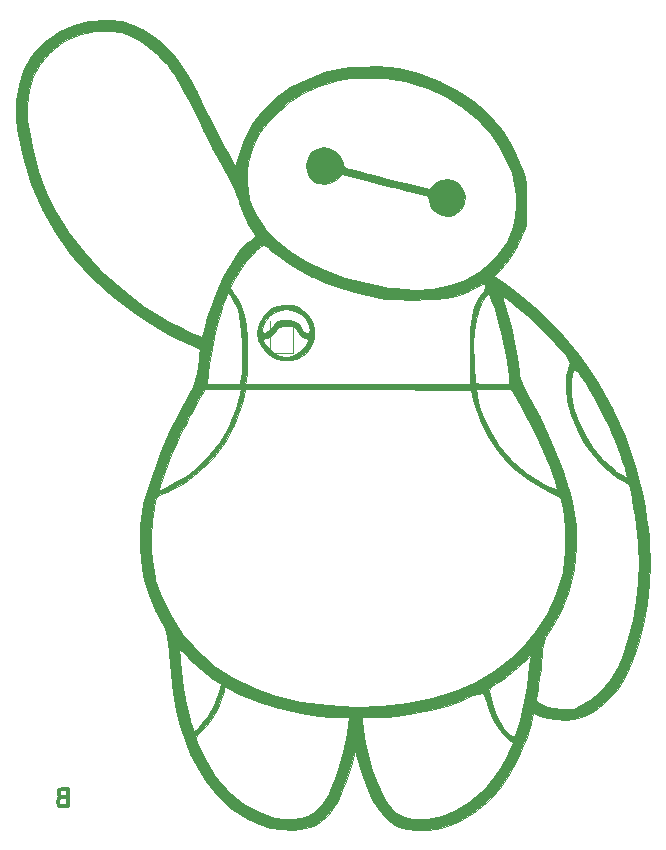
<source format=gbr>
%TF.GenerationSoftware,KiCad,Pcbnew,(5.1.6)-1*%
%TF.CreationDate,2021-01-08T17:07:44+01:00*%
%TF.ProjectId,stm32L412K8T6,73746d33-324c-4343-9132-4b3854362e6b,rev?*%
%TF.SameCoordinates,Original*%
%TF.FileFunction,Legend,Bot*%
%TF.FilePolarity,Positive*%
%FSLAX46Y46*%
G04 Gerber Fmt 4.6, Leading zero omitted, Abs format (unit mm)*
G04 Created by KiCad (PCBNEW (5.1.6)-1) date 2021-01-08 17:07:44*
%MOMM*%
%LPD*%
G01*
G04 APERTURE LIST*
%ADD10C,0.300000*%
%ADD11C,0.120000*%
%ADD12C,0.010000*%
G04 APERTURE END LIST*
D10*
X120392857Y-123392857D02*
X120178571Y-123464285D01*
X120107142Y-123535714D01*
X120035714Y-123678571D01*
X120035714Y-123892857D01*
X120107142Y-124035714D01*
X120178571Y-124107142D01*
X120321428Y-124178571D01*
X120892857Y-124178571D01*
X120892857Y-122678571D01*
X120392857Y-122678571D01*
X120250000Y-122750000D01*
X120178571Y-122821428D01*
X120107142Y-122964285D01*
X120107142Y-123107142D01*
X120178571Y-123250000D01*
X120250000Y-123321428D01*
X120392857Y-123392857D01*
X120892857Y-123392857D01*
D11*
%TO.C,D1*%
X139960000Y-83062500D02*
X139960000Y-85747500D01*
X139960000Y-85747500D02*
X138040000Y-85747500D01*
X138040000Y-85747500D02*
X138040000Y-83062500D01*
D12*
%TO.C,G\u002A\u002A\u002A*%
G36*
X122711562Y-57699355D02*
G01*
X121402575Y-58025435D01*
X120195275Y-58550274D01*
X119118899Y-59259193D01*
X118202681Y-60137511D01*
X117706117Y-60793454D01*
X117132872Y-61879351D01*
X116734909Y-63114763D01*
X116519818Y-64458429D01*
X116495189Y-65869091D01*
X116591885Y-66850897D01*
X117057599Y-69203740D01*
X117750092Y-71442667D01*
X118669500Y-73567884D01*
X119815961Y-75579597D01*
X121189610Y-77478013D01*
X122790583Y-79263338D01*
X124619018Y-80935778D01*
X126675050Y-82495540D01*
X127141000Y-82812299D01*
X128143227Y-83447891D01*
X129208649Y-84066253D01*
X130249405Y-84618444D01*
X131134944Y-85037024D01*
X131563702Y-85225302D01*
X131889466Y-85371214D01*
X132053297Y-85448287D01*
X132061581Y-85453223D01*
X132057619Y-85581429D01*
X132023242Y-85909481D01*
X131964367Y-86385838D01*
X131897000Y-86886719D01*
X131796930Y-87547066D01*
X131693523Y-88039011D01*
X131559707Y-88447040D01*
X131368408Y-88855641D01*
X131126964Y-89289805D01*
X130284406Y-90838898D01*
X129492351Y-92466864D01*
X128773512Y-94118475D01*
X128150600Y-95738506D01*
X127646328Y-97271731D01*
X127296416Y-98604000D01*
X127007538Y-100444136D01*
X126961998Y-102264606D01*
X127159568Y-104043661D01*
X127363438Y-104964882D01*
X127765168Y-106259930D01*
X128275286Y-107524676D01*
X128852565Y-108659829D01*
X129001370Y-108909822D01*
X129122629Y-109143082D01*
X129215368Y-109426026D01*
X129288766Y-109808083D01*
X129352002Y-110338680D01*
X129414253Y-111067245D01*
X129422759Y-111179169D01*
X129587039Y-112998352D01*
X129794404Y-114605430D01*
X130054216Y-116040050D01*
X130375835Y-117341856D01*
X130768623Y-118550495D01*
X131241941Y-119705614D01*
X131622915Y-120497151D01*
X132499620Y-121978474D01*
X133512861Y-123249482D01*
X134659871Y-124307251D01*
X135937886Y-125148857D01*
X136104344Y-125237483D01*
X137091465Y-125695092D01*
X137998421Y-125983883D01*
X138914170Y-126124546D01*
X139927671Y-126137770D01*
X139968000Y-126136093D01*
X140928819Y-126037453D01*
X141711268Y-125813335D01*
X142366316Y-125433042D01*
X142944932Y-124865877D01*
X143498084Y-124081144D01*
X143566324Y-123968979D01*
X143819510Y-123482691D01*
X144110697Y-122820929D01*
X144413053Y-122053806D01*
X144699748Y-121251435D01*
X144943952Y-120483928D01*
X145059516Y-120067000D01*
X145206471Y-119495500D01*
X145623196Y-120938967D01*
X146109542Y-122388362D01*
X146663118Y-123602575D01*
X147282090Y-124578865D01*
X147964627Y-125314487D01*
X148708896Y-125806698D01*
X148941420Y-125905545D01*
X149581753Y-126066187D01*
X150372830Y-126147065D01*
X151223774Y-126146746D01*
X152043707Y-126063793D01*
X152527166Y-125962159D01*
X153898242Y-125462896D01*
X155180418Y-124729422D01*
X156364923Y-123768555D01*
X157442989Y-122587114D01*
X158164008Y-121579595D01*
X158688405Y-120673193D01*
X159200162Y-119617474D01*
X159538765Y-118796174D01*
X158544824Y-118796174D01*
X158335842Y-119343385D01*
X158002247Y-120055945D01*
X157526197Y-120858615D01*
X156958538Y-121676732D01*
X156350118Y-122435634D01*
X155902925Y-122915810D01*
X154856881Y-123806323D01*
X153728829Y-124499186D01*
X152552347Y-124979049D01*
X151361010Y-125230557D01*
X150763000Y-125265929D01*
X150147940Y-125245378D01*
X149671787Y-125161462D01*
X149223061Y-124993493D01*
X149175500Y-124971322D01*
X148702272Y-124711532D01*
X148315336Y-124400889D01*
X147973931Y-123990865D01*
X147637296Y-123432932D01*
X147283330Y-122718580D01*
X146971432Y-121968036D01*
X146666236Y-121084562D01*
X146384078Y-120131509D01*
X146141295Y-119172232D01*
X145954222Y-118270081D01*
X145839197Y-117488410D01*
X145810000Y-117004970D01*
X145810000Y-116638000D01*
X144685277Y-116638000D01*
X144599855Y-117368250D01*
X144432153Y-118434328D01*
X144177041Y-119587448D01*
X143856784Y-120749637D01*
X143493649Y-121842927D01*
X143109899Y-122789345D01*
X142966574Y-123087809D01*
X142461723Y-123898911D01*
X141862589Y-124553382D01*
X141213470Y-125003008D01*
X141201210Y-125009122D01*
X140648406Y-125185464D01*
X139944159Y-125269195D01*
X139174305Y-125258340D01*
X138424678Y-125150925D01*
X138146047Y-125079391D01*
X136875448Y-124578322D01*
X135659479Y-123861280D01*
X134553503Y-122966291D01*
X133670270Y-122005154D01*
X133370047Y-121585084D01*
X133032270Y-121050779D01*
X132684126Y-120453107D01*
X132352804Y-119842937D01*
X132065492Y-119271138D01*
X131849377Y-118788578D01*
X131731648Y-118446126D01*
X131718018Y-118352500D01*
X131824562Y-118106136D01*
X132105557Y-117847111D01*
X132141770Y-117822924D01*
X132544534Y-117466297D01*
X132967122Y-116931690D01*
X133366044Y-116287107D01*
X133697811Y-115600549D01*
X133870073Y-115120472D01*
X133997758Y-114671863D01*
X134089477Y-114311719D01*
X134125961Y-114115886D01*
X134126000Y-114113130D01*
X134201766Y-114047743D01*
X134411750Y-114152038D01*
X134869362Y-114407464D01*
X135509784Y-114705557D01*
X136270842Y-115021917D01*
X137090360Y-115332147D01*
X137906164Y-115611848D01*
X138656076Y-115836622D01*
X138805089Y-115876034D01*
X139901418Y-116129036D01*
X141046135Y-116342692D01*
X142163715Y-116505706D01*
X143178634Y-116606780D01*
X143882389Y-116635520D01*
X144685277Y-116638000D01*
X145810000Y-116638000D01*
X146735577Y-116638000D01*
X147926930Y-116584746D01*
X149244095Y-116434669D01*
X150615624Y-116202297D01*
X151970067Y-115902157D01*
X153235975Y-115548775D01*
X154341898Y-115156678D01*
X154636500Y-115031579D01*
X155236257Y-114768581D01*
X155649552Y-114618763D01*
X155923015Y-114594381D01*
X156103275Y-114707691D01*
X156236961Y-114970951D01*
X156370700Y-115396418D01*
X156399495Y-115495000D01*
X156829365Y-116666488D01*
X157367541Y-117611410D01*
X157983382Y-118301974D01*
X158544824Y-118796174D01*
X159538765Y-118796174D01*
X159654693Y-118514986D01*
X160007411Y-117468277D01*
X160100901Y-117124781D01*
X160312563Y-116282147D01*
X160903532Y-116549966D01*
X161469835Y-116721184D01*
X162187075Y-116816424D01*
X162967387Y-116835564D01*
X163722908Y-116778485D01*
X164365774Y-116645066D01*
X164606000Y-116555041D01*
X165459655Y-116066892D01*
X166307390Y-115411448D01*
X167060478Y-114661536D01*
X167356001Y-114297822D01*
X168059051Y-113189864D01*
X168675166Y-111877227D01*
X169196651Y-110396554D01*
X169615811Y-108784490D01*
X169924949Y-107077678D01*
X170116370Y-105312763D01*
X170180339Y-103581619D01*
X169252075Y-103581619D01*
X169188850Y-105166254D01*
X169011953Y-106791896D01*
X168731397Y-108399624D01*
X168357199Y-109930516D01*
X167899372Y-111325653D01*
X167444483Y-112375803D01*
X166798524Y-113454355D01*
X166016756Y-114390928D01*
X165133172Y-115153453D01*
X164181762Y-115709863D01*
X163717000Y-115892322D01*
X163262483Y-115964009D01*
X162667685Y-115953063D01*
X162028577Y-115870133D01*
X161441129Y-115725866D01*
X161135987Y-115605967D01*
X160800412Y-115419187D01*
X160586086Y-115254230D01*
X160544218Y-115183943D01*
X160564704Y-115005232D01*
X160617548Y-114641568D01*
X160693041Y-114158491D01*
X160729129Y-113935975D01*
X160821923Y-113281664D01*
X160910037Y-112509131D01*
X160978540Y-111753948D01*
X160994856Y-111522975D01*
X161005553Y-111372242D01*
X160065680Y-111372242D01*
X159977034Y-112322371D01*
X159885322Y-113137690D01*
X159761158Y-113999295D01*
X159612655Y-114870949D01*
X159447924Y-115716419D01*
X159275079Y-116499471D01*
X159102232Y-117183869D01*
X158937494Y-117733379D01*
X158788977Y-118111766D01*
X158664795Y-118282797D01*
X158641219Y-118289000D01*
X158479567Y-118213841D01*
X158220735Y-118027858D01*
X158156310Y-117974991D01*
X157824528Y-117601425D01*
X157475073Y-117051809D01*
X157144445Y-116398246D01*
X156869142Y-115712841D01*
X156686350Y-115070989D01*
X156603729Y-114674654D01*
X156575075Y-114398902D01*
X156631023Y-114191143D01*
X156802213Y-113998790D01*
X157119282Y-113769251D01*
X157612867Y-113449940D01*
X157641519Y-113431456D01*
X158082288Y-113117498D01*
X158604429Y-112702421D01*
X159109920Y-112264919D01*
X159213108Y-112169781D01*
X160065680Y-111372242D01*
X161005553Y-111372242D01*
X161036994Y-110929222D01*
X161089567Y-110508342D01*
X161177468Y-110179620D01*
X161325587Y-109862341D01*
X161558814Y-109475789D01*
X161689013Y-109272000D01*
X162612650Y-107604648D01*
X163295977Y-105863242D01*
X163737271Y-104060859D01*
X163934810Y-102210580D01*
X163919154Y-101594904D01*
X163009105Y-101594904D01*
X162990256Y-102585615D01*
X162923543Y-103498780D01*
X162808938Y-104256186D01*
X162780607Y-104380708D01*
X162219569Y-106150628D01*
X161425532Y-107849518D01*
X160417049Y-109441543D01*
X159675450Y-110378747D01*
X158439613Y-111622459D01*
X157013428Y-112710844D01*
X155410798Y-113639563D01*
X153645626Y-114404277D01*
X151731815Y-115000646D01*
X149683269Y-115424332D01*
X147513890Y-115670995D01*
X145237582Y-115736296D01*
X142889000Y-115617737D01*
X140636930Y-115317583D01*
X138547821Y-114830500D01*
X136624688Y-114158057D01*
X136002464Y-113854335D01*
X133855240Y-113854335D01*
X133663092Y-114515917D01*
X133261134Y-115630337D01*
X132754215Y-116545118D01*
X132276004Y-117141944D01*
X131965074Y-117461379D01*
X131718879Y-117690518D01*
X131589540Y-117780935D01*
X131588197Y-117781000D01*
X131512749Y-117668258D01*
X131395189Y-117370031D01*
X131258631Y-116946316D01*
X131233500Y-116860250D01*
X130888840Y-115506260D01*
X130639420Y-114145096D01*
X130464502Y-112661470D01*
X130451052Y-112510500D01*
X130399611Y-111912863D01*
X130357265Y-111410124D01*
X130328377Y-111054868D01*
X130317315Y-110899683D01*
X130317311Y-110899427D01*
X130400079Y-110945996D01*
X130624988Y-111139834D01*
X130955227Y-111447955D01*
X131260056Y-111744235D01*
X131770054Y-112223656D01*
X132329285Y-112711537D01*
X132845381Y-113128487D01*
X133029676Y-113265225D01*
X133855240Y-113854335D01*
X136002464Y-113854335D01*
X134870546Y-113301820D01*
X133288412Y-112263358D01*
X131881301Y-111044236D01*
X130652228Y-109646022D01*
X130202486Y-109024305D01*
X129434753Y-107750136D01*
X128788941Y-106377043D01*
X128312565Y-105007871D01*
X128263316Y-104827000D01*
X128061944Y-103780719D01*
X127951947Y-102580852D01*
X127933000Y-101310681D01*
X128004776Y-100053490D01*
X128166952Y-98892560D01*
X128288645Y-98347850D01*
X128377343Y-98099318D01*
X128528372Y-97913782D01*
X128800718Y-97741205D01*
X129248294Y-97533756D01*
X130708548Y-96761961D01*
X132028988Y-95788934D01*
X133192534Y-94635820D01*
X134182106Y-93323767D01*
X134980623Y-91873921D01*
X135571007Y-90307429D01*
X135795763Y-89427449D01*
X135925047Y-88825000D01*
X135534510Y-88825000D01*
X135447989Y-89301250D01*
X135313768Y-89842361D01*
X135092503Y-90524037D01*
X134815021Y-91261852D01*
X134512150Y-91971375D01*
X134346654Y-92317500D01*
X133734730Y-93334619D01*
X132933901Y-94355959D01*
X131999862Y-95317273D01*
X131078000Y-96088039D01*
X130817345Y-96259830D01*
X130433874Y-96485363D01*
X129982213Y-96735852D01*
X129516991Y-96982512D01*
X129092835Y-97196557D01*
X128764374Y-97349200D01*
X128586235Y-97411657D01*
X128570839Y-97409171D01*
X128598198Y-97284293D01*
X128697075Y-96969216D01*
X128851637Y-96512253D01*
X129035903Y-95989960D01*
X129359549Y-95133109D01*
X129735805Y-94208176D01*
X130129863Y-93296161D01*
X130506918Y-92478063D01*
X130777743Y-91936500D01*
X130953781Y-91598972D01*
X131179160Y-91161924D01*
X131302741Y-90920500D01*
X131553053Y-90449678D01*
X131856297Y-89906319D01*
X132060056Y-89555250D01*
X132493391Y-88825000D01*
X135534510Y-88825000D01*
X135925047Y-88825000D01*
X135925391Y-88823398D01*
X145454141Y-88855949D01*
X154982890Y-88888500D01*
X155216345Y-89807816D01*
X155760594Y-91466634D01*
X156510698Y-92981819D01*
X157458687Y-94343686D01*
X158596591Y-95542548D01*
X159916440Y-96568721D01*
X161410263Y-97412519D01*
X161514561Y-97461457D01*
X162550621Y-97941787D01*
X162778736Y-98939643D01*
X162903318Y-99693704D01*
X162980117Y-100604862D01*
X163009105Y-101594904D01*
X163919154Y-101594904D01*
X163886871Y-100325483D01*
X163591730Y-98418647D01*
X163299438Y-97294323D01*
X162320000Y-97294323D01*
X162229261Y-97336676D01*
X161950645Y-97250293D01*
X161474559Y-97031569D01*
X161069393Y-96824452D01*
X159684677Y-95958056D01*
X158464627Y-94899982D01*
X157417868Y-93658965D01*
X156558302Y-92254000D01*
X156067214Y-91214303D01*
X155732752Y-90291664D01*
X155532356Y-89423116D01*
X155523080Y-89364750D01*
X155439674Y-88825000D01*
X156943087Y-88825414D01*
X158446500Y-88825829D01*
X159038879Y-89873164D01*
X159790314Y-91263922D01*
X160504188Y-92704163D01*
X161148237Y-94124057D01*
X161690200Y-95453775D01*
X161954251Y-96183073D01*
X162116563Y-96662760D01*
X162241906Y-97041089D01*
X162311683Y-97261549D01*
X162320000Y-97294323D01*
X163299438Y-97294323D01*
X163277815Y-97211150D01*
X162812489Y-95815810D01*
X162227908Y-94301054D01*
X161559554Y-92746944D01*
X160842907Y-91233541D01*
X160113451Y-89840906D01*
X159673792Y-89079000D01*
X159387347Y-88561244D01*
X159217454Y-88112622D01*
X159199291Y-88016135D01*
X158256000Y-88016135D01*
X158256000Y-88444000D01*
X156866496Y-88444000D01*
X156297348Y-88433695D01*
X155826740Y-88405782D01*
X155509767Y-88364761D01*
X155403110Y-88324459D01*
X155370835Y-88159921D01*
X155333477Y-87791391D01*
X155295083Y-87268712D01*
X155259701Y-86641727D01*
X155250439Y-86444327D01*
X155234632Y-85138542D01*
X155305011Y-83947140D01*
X155456570Y-82898723D01*
X155684299Y-82021896D01*
X155983192Y-81345261D01*
X156195499Y-81046250D01*
X156386266Y-80871604D01*
X156488559Y-80824000D01*
X156602858Y-80942752D01*
X156753546Y-81274244D01*
X156931495Y-81781327D01*
X157127574Y-82426852D01*
X157332656Y-83173670D01*
X157537610Y-83984632D01*
X157733308Y-84822591D01*
X157910620Y-85650397D01*
X158060418Y-86430902D01*
X158173572Y-87126956D01*
X158240953Y-87701412D01*
X158256000Y-88016135D01*
X159199291Y-88016135D01*
X159121733Y-87604133D01*
X159089698Y-87301000D01*
X158941315Y-86141630D01*
X158700246Y-84838966D01*
X158384033Y-83478550D01*
X158079743Y-82375792D01*
X157653505Y-80943085D01*
X157986503Y-81157519D01*
X158498138Y-81528325D01*
X159130825Y-82050339D01*
X159840970Y-82681357D01*
X160584978Y-83379179D01*
X161319254Y-84101602D01*
X162000204Y-84806423D01*
X162584233Y-85451440D01*
X163027746Y-85994451D01*
X163132338Y-86139005D01*
X163332013Y-86444490D01*
X163399283Y-86656496D01*
X163347942Y-86889250D01*
X163250921Y-87120867D01*
X163095025Y-87700607D01*
X163032154Y-88506739D01*
X163030870Y-88634500D01*
X163141614Y-89813335D01*
X163462904Y-91037480D01*
X163968009Y-92261603D01*
X164630199Y-93440373D01*
X165422742Y-94528460D01*
X166318908Y-95480533D01*
X167291966Y-96251262D01*
X167654000Y-96474494D01*
X168031864Y-96700965D01*
X168316305Y-96891871D01*
X168433921Y-96993232D01*
X168492631Y-97178875D01*
X168573853Y-97572028D01*
X168670934Y-98127878D01*
X168777221Y-98801615D01*
X168886061Y-99548427D01*
X168990803Y-100323504D01*
X169084793Y-101082034D01*
X169161378Y-101779206D01*
X169191611Y-102096910D01*
X169252075Y-103581619D01*
X170180339Y-103581619D01*
X170182380Y-103526390D01*
X170115281Y-101755201D01*
X170078344Y-101334697D01*
X169995007Y-100625858D01*
X169873080Y-99768477D01*
X169727827Y-98862238D01*
X169574513Y-98006824D01*
X169547070Y-97865079D01*
X169189314Y-96409343D01*
X168289000Y-96409343D01*
X168196393Y-96383273D01*
X167954115Y-96239282D01*
X167615484Y-96012135D01*
X167233817Y-95736594D01*
X167090696Y-95628052D01*
X166204553Y-94819452D01*
X165374411Y-93822717D01*
X164642889Y-92703359D01*
X164052609Y-91526890D01*
X163646189Y-90358822D01*
X163635217Y-90316554D01*
X163551187Y-89850012D01*
X163500764Y-89282013D01*
X163483134Y-88676053D01*
X163497484Y-88095630D01*
X163543002Y-87604238D01*
X163618873Y-87265375D01*
X163675582Y-87164618D01*
X163816813Y-87185206D01*
X164050469Y-87406135D01*
X164358729Y-87798922D01*
X164723769Y-88335082D01*
X165127769Y-88986131D01*
X165552906Y-89723583D01*
X165981359Y-90518954D01*
X166395305Y-91343759D01*
X166703022Y-92003384D01*
X166887983Y-92438941D01*
X167110795Y-93000373D01*
X167354184Y-93639702D01*
X167600881Y-94308948D01*
X167833615Y-94960130D01*
X168035114Y-95545269D01*
X168188108Y-96016384D01*
X168275325Y-96325496D01*
X168289000Y-96409343D01*
X169189314Y-96409343D01*
X168921394Y-95319159D01*
X168063061Y-92842407D01*
X166984581Y-90454178D01*
X165698459Y-88173831D01*
X164217206Y-86020721D01*
X162553328Y-84014206D01*
X160719335Y-82173642D01*
X158727733Y-80518386D01*
X158050569Y-80026317D01*
X156241273Y-80026317D01*
X156221960Y-80250546D01*
X156091448Y-80533100D01*
X155945089Y-80723821D01*
X155583666Y-81229169D01*
X155301294Y-81896159D01*
X155094998Y-82741503D01*
X154961802Y-83781913D01*
X154898732Y-85034101D01*
X154902811Y-86514781D01*
X154904129Y-86570750D01*
X154949414Y-88444000D01*
X135886884Y-88444000D01*
X135973001Y-88172669D01*
X136001396Y-87959253D01*
X136025522Y-87540073D01*
X136043735Y-86963347D01*
X136051519Y-86462029D01*
X135637913Y-86462029D01*
X135629130Y-87098407D01*
X135608097Y-87576526D01*
X135593521Y-87733287D01*
X135504724Y-88444000D01*
X132655072Y-88444000D01*
X132747545Y-87396250D01*
X132833387Y-86699418D01*
X132974128Y-85870739D01*
X133157001Y-84962794D01*
X133369239Y-84028166D01*
X133598076Y-83119438D01*
X133830745Y-82289193D01*
X134054479Y-81590014D01*
X134256510Y-81074484D01*
X134308035Y-80969092D01*
X134473929Y-80652471D01*
X134816685Y-81170410D01*
X135073291Y-81604024D01*
X135267389Y-82056357D01*
X135408915Y-82574618D01*
X135507804Y-83206016D01*
X135573993Y-83997760D01*
X135616589Y-84971037D01*
X135633912Y-85731528D01*
X135637913Y-86462029D01*
X136051519Y-86462029D01*
X136054388Y-86277299D01*
X136056437Y-85727919D01*
X136030009Y-84464945D01*
X135948644Y-83416894D01*
X135804100Y-82549017D01*
X135588139Y-81826568D01*
X135292520Y-81214799D01*
X134909005Y-80678962D01*
X134840327Y-80599526D01*
X134585547Y-80311553D01*
X134876528Y-79710526D01*
X135187938Y-79143308D01*
X135575225Y-78551483D01*
X136004446Y-77975336D01*
X136441658Y-77455148D01*
X136852918Y-77031204D01*
X137204282Y-76743785D01*
X137461806Y-76633176D01*
X137469728Y-76633000D01*
X137664593Y-76718961D01*
X137914786Y-76928485D01*
X137939382Y-76954099D01*
X138305044Y-77281401D01*
X138843186Y-77684089D01*
X139497984Y-78126214D01*
X140213618Y-78571828D01*
X140934266Y-78984982D01*
X141604107Y-79329729D01*
X141694039Y-79372061D01*
X142723573Y-79820685D01*
X143745631Y-80200221D01*
X144842847Y-80538242D01*
X146097854Y-80862319D01*
X146314073Y-80913606D01*
X146868049Y-81038136D01*
X147349895Y-81128870D01*
X147819260Y-81191183D01*
X148335792Y-81230450D01*
X148959140Y-81252045D01*
X149748953Y-81261344D01*
X150191500Y-81262988D01*
X151232589Y-81255461D01*
X152077973Y-81220342D01*
X152785397Y-81146753D01*
X153412606Y-81023822D01*
X154017344Y-80840672D01*
X154657356Y-80586429D01*
X155272765Y-80306052D01*
X155676886Y-80119843D01*
X155985026Y-79986663D01*
X156131210Y-79935008D01*
X156131737Y-79935000D01*
X156241273Y-80026317D01*
X158050569Y-80026317D01*
X157992802Y-79984340D01*
X156966961Y-79265514D01*
X157465733Y-78743007D01*
X158246538Y-77832762D01*
X158845046Y-76910004D01*
X159291064Y-75958841D01*
X159454775Y-75539000D01*
X159568908Y-75194540D01*
X159642491Y-74863485D01*
X159684548Y-74483860D01*
X159704106Y-73993686D01*
X159709923Y-73359998D01*
X158824349Y-73359998D01*
X158765354Y-74257233D01*
X158617844Y-75008780D01*
X158586323Y-75109000D01*
X158054406Y-76361025D01*
X157347661Y-77446965D01*
X156742744Y-78122336D01*
X155733817Y-78945284D01*
X154556842Y-79592066D01*
X153231254Y-80057879D01*
X151776487Y-80337922D01*
X150211977Y-80427395D01*
X148557159Y-80321494D01*
X148096000Y-80258569D01*
X146185593Y-79892924D01*
X144378475Y-79396135D01*
X142697120Y-78779357D01*
X141164004Y-78053744D01*
X139801602Y-77230452D01*
X138632388Y-76320635D01*
X138199688Y-75873577D01*
X136817956Y-75873577D01*
X136519728Y-76122063D01*
X136282259Y-76299450D01*
X136133504Y-76374774D01*
X135982632Y-76481614D01*
X135733469Y-76764663D01*
X135416048Y-77180931D01*
X135060401Y-77687426D01*
X134696559Y-78241156D01*
X134354556Y-78799129D01*
X134064422Y-79318353D01*
X134027748Y-79389228D01*
X133692850Y-80106011D01*
X133341753Y-80961718D01*
X133003794Y-81875059D01*
X132708310Y-82764746D01*
X132484636Y-83549491D01*
X132409949Y-83872000D01*
X132335144Y-84192147D01*
X132272481Y-84392641D01*
X132266268Y-84404958D01*
X132125705Y-84405611D01*
X131798604Y-84294247D01*
X131318157Y-84086262D01*
X130717556Y-83797054D01*
X130029993Y-83442021D01*
X129288662Y-83036558D01*
X129161184Y-82964578D01*
X127262085Y-81770508D01*
X125466754Y-80410077D01*
X123804141Y-78912112D01*
X122303197Y-77305441D01*
X120992871Y-75618891D01*
X119902115Y-73881291D01*
X119741717Y-73585000D01*
X118966454Y-71973737D01*
X118361328Y-70373680D01*
X117904485Y-68712881D01*
X117574071Y-66919393D01*
X117465716Y-66092000D01*
X117419289Y-64760082D01*
X117590367Y-63497670D01*
X117967181Y-62328939D01*
X118537962Y-61278066D01*
X119290941Y-60369228D01*
X120214347Y-59626601D01*
X120767624Y-59309271D01*
X121966291Y-58812302D01*
X123152373Y-58546113D01*
X124384708Y-58497736D01*
X124437686Y-58500244D01*
X125384758Y-58631916D01*
X126278569Y-58939936D01*
X127156494Y-59443392D01*
X128055910Y-60161372D01*
X128485695Y-60567500D01*
X128895479Y-60979468D01*
X129248106Y-61358487D01*
X129563488Y-61736273D01*
X129861539Y-62144546D01*
X130162172Y-62615023D01*
X130485300Y-63179422D01*
X130850836Y-63869463D01*
X131278694Y-64716863D01*
X131788786Y-65753340D01*
X131954053Y-66092000D01*
X132344739Y-66884212D01*
X132741954Y-67673254D01*
X133116690Y-68402661D01*
X133439936Y-69015973D01*
X133682687Y-69456726D01*
X133683131Y-69457500D01*
X134205327Y-70382406D01*
X134610462Y-71141556D01*
X134920599Y-71781703D01*
X135157801Y-72349602D01*
X135344128Y-72892006D01*
X135411760Y-73120769D01*
X135701677Y-73925026D01*
X136094845Y-74726400D01*
X136256047Y-74995308D01*
X136817956Y-75873577D01*
X138199688Y-75873577D01*
X137678839Y-75335447D01*
X137372516Y-74936363D01*
X136844743Y-74141971D01*
X136477766Y-73438827D01*
X136242535Y-72749434D01*
X136109997Y-71996296D01*
X136065980Y-71451103D01*
X136052677Y-70444732D01*
X136147183Y-69578739D01*
X136369250Y-68755256D01*
X136738628Y-67876414D01*
X136821864Y-67705639D01*
X137108948Y-67171751D01*
X137421480Y-66702201D01*
X137812226Y-66228050D01*
X138333953Y-65680363D01*
X138494445Y-65520500D01*
X139621366Y-64537996D01*
X140818841Y-63764632D01*
X142142298Y-63168870D01*
X143233372Y-62824337D01*
X143777556Y-62686917D01*
X144258820Y-62592224D01*
X144749446Y-62532468D01*
X145321718Y-62499856D01*
X146047919Y-62486599D01*
X146381500Y-62485009D01*
X147185986Y-62488826D01*
X147813175Y-62510254D01*
X148339587Y-62557280D01*
X148841742Y-62637895D01*
X149396163Y-62760089D01*
X149675941Y-62828974D01*
X151316582Y-63352091D01*
X152851597Y-64062297D01*
X154259657Y-64940816D01*
X155519437Y-65968876D01*
X156609608Y-67127703D01*
X157508844Y-68398523D01*
X158195817Y-69762563D01*
X158487532Y-70585483D01*
X158683710Y-71444991D01*
X158796559Y-72396206D01*
X158824349Y-73359998D01*
X159709923Y-73359998D01*
X159710190Y-73330987D01*
X159710758Y-73077000D01*
X159708955Y-72340373D01*
X159694668Y-71791114D01*
X159658817Y-71362615D01*
X159592324Y-70988265D01*
X159486110Y-70601455D01*
X159331096Y-70135577D01*
X159296096Y-70034689D01*
X158618142Y-68463451D01*
X157728217Y-67021724D01*
X156638279Y-65719134D01*
X155360286Y-64565310D01*
X153906196Y-63569880D01*
X152287967Y-62742470D01*
X150517556Y-62092709D01*
X148937154Y-61694413D01*
X148056549Y-61572499D01*
X147016887Y-61520183D01*
X145898606Y-61534053D01*
X144782143Y-61610700D01*
X143747936Y-61746712D01*
X142876420Y-61938680D01*
X142825500Y-61953555D01*
X141197479Y-62546868D01*
X139734434Y-63303229D01*
X138448198Y-64211594D01*
X137350606Y-65260919D01*
X136453491Y-66440159D01*
X135768686Y-67738271D01*
X135365267Y-68915921D01*
X135071362Y-70025342D01*
X134349838Y-68725421D01*
X134062539Y-68192068D01*
X133698082Y-67491654D01*
X133288232Y-66686579D01*
X132864757Y-65839241D01*
X132459644Y-65012500D01*
X131798191Y-63686407D01*
X131196690Y-62572015D01*
X130634698Y-61640083D01*
X130091775Y-60861371D01*
X129547481Y-60206637D01*
X128981374Y-59646640D01*
X128373012Y-59152139D01*
X128352183Y-59136748D01*
X127342345Y-58465351D01*
X126393478Y-57998269D01*
X125448713Y-57714805D01*
X124451181Y-57594263D01*
X124093000Y-57586712D01*
X122711562Y-57699355D01*
G37*
X122711562Y-57699355D02*
X121402575Y-58025435D01*
X120195275Y-58550274D01*
X119118899Y-59259193D01*
X118202681Y-60137511D01*
X117706117Y-60793454D01*
X117132872Y-61879351D01*
X116734909Y-63114763D01*
X116519818Y-64458429D01*
X116495189Y-65869091D01*
X116591885Y-66850897D01*
X117057599Y-69203740D01*
X117750092Y-71442667D01*
X118669500Y-73567884D01*
X119815961Y-75579597D01*
X121189610Y-77478013D01*
X122790583Y-79263338D01*
X124619018Y-80935778D01*
X126675050Y-82495540D01*
X127141000Y-82812299D01*
X128143227Y-83447891D01*
X129208649Y-84066253D01*
X130249405Y-84618444D01*
X131134944Y-85037024D01*
X131563702Y-85225302D01*
X131889466Y-85371214D01*
X132053297Y-85448287D01*
X132061581Y-85453223D01*
X132057619Y-85581429D01*
X132023242Y-85909481D01*
X131964367Y-86385838D01*
X131897000Y-86886719D01*
X131796930Y-87547066D01*
X131693523Y-88039011D01*
X131559707Y-88447040D01*
X131368408Y-88855641D01*
X131126964Y-89289805D01*
X130284406Y-90838898D01*
X129492351Y-92466864D01*
X128773512Y-94118475D01*
X128150600Y-95738506D01*
X127646328Y-97271731D01*
X127296416Y-98604000D01*
X127007538Y-100444136D01*
X126961998Y-102264606D01*
X127159568Y-104043661D01*
X127363438Y-104964882D01*
X127765168Y-106259930D01*
X128275286Y-107524676D01*
X128852565Y-108659829D01*
X129001370Y-108909822D01*
X129122629Y-109143082D01*
X129215368Y-109426026D01*
X129288766Y-109808083D01*
X129352002Y-110338680D01*
X129414253Y-111067245D01*
X129422759Y-111179169D01*
X129587039Y-112998352D01*
X129794404Y-114605430D01*
X130054216Y-116040050D01*
X130375835Y-117341856D01*
X130768623Y-118550495D01*
X131241941Y-119705614D01*
X131622915Y-120497151D01*
X132499620Y-121978474D01*
X133512861Y-123249482D01*
X134659871Y-124307251D01*
X135937886Y-125148857D01*
X136104344Y-125237483D01*
X137091465Y-125695092D01*
X137998421Y-125983883D01*
X138914170Y-126124546D01*
X139927671Y-126137770D01*
X139968000Y-126136093D01*
X140928819Y-126037453D01*
X141711268Y-125813335D01*
X142366316Y-125433042D01*
X142944932Y-124865877D01*
X143498084Y-124081144D01*
X143566324Y-123968979D01*
X143819510Y-123482691D01*
X144110697Y-122820929D01*
X144413053Y-122053806D01*
X144699748Y-121251435D01*
X144943952Y-120483928D01*
X145059516Y-120067000D01*
X145206471Y-119495500D01*
X145623196Y-120938967D01*
X146109542Y-122388362D01*
X146663118Y-123602575D01*
X147282090Y-124578865D01*
X147964627Y-125314487D01*
X148708896Y-125806698D01*
X148941420Y-125905545D01*
X149581753Y-126066187D01*
X150372830Y-126147065D01*
X151223774Y-126146746D01*
X152043707Y-126063793D01*
X152527166Y-125962159D01*
X153898242Y-125462896D01*
X155180418Y-124729422D01*
X156364923Y-123768555D01*
X157442989Y-122587114D01*
X158164008Y-121579595D01*
X158688405Y-120673193D01*
X159200162Y-119617474D01*
X159538765Y-118796174D01*
X158544824Y-118796174D01*
X158335842Y-119343385D01*
X158002247Y-120055945D01*
X157526197Y-120858615D01*
X156958538Y-121676732D01*
X156350118Y-122435634D01*
X155902925Y-122915810D01*
X154856881Y-123806323D01*
X153728829Y-124499186D01*
X152552347Y-124979049D01*
X151361010Y-125230557D01*
X150763000Y-125265929D01*
X150147940Y-125245378D01*
X149671787Y-125161462D01*
X149223061Y-124993493D01*
X149175500Y-124971322D01*
X148702272Y-124711532D01*
X148315336Y-124400889D01*
X147973931Y-123990865D01*
X147637296Y-123432932D01*
X147283330Y-122718580D01*
X146971432Y-121968036D01*
X146666236Y-121084562D01*
X146384078Y-120131509D01*
X146141295Y-119172232D01*
X145954222Y-118270081D01*
X145839197Y-117488410D01*
X145810000Y-117004970D01*
X145810000Y-116638000D01*
X144685277Y-116638000D01*
X144599855Y-117368250D01*
X144432153Y-118434328D01*
X144177041Y-119587448D01*
X143856784Y-120749637D01*
X143493649Y-121842927D01*
X143109899Y-122789345D01*
X142966574Y-123087809D01*
X142461723Y-123898911D01*
X141862589Y-124553382D01*
X141213470Y-125003008D01*
X141201210Y-125009122D01*
X140648406Y-125185464D01*
X139944159Y-125269195D01*
X139174305Y-125258340D01*
X138424678Y-125150925D01*
X138146047Y-125079391D01*
X136875448Y-124578322D01*
X135659479Y-123861280D01*
X134553503Y-122966291D01*
X133670270Y-122005154D01*
X133370047Y-121585084D01*
X133032270Y-121050779D01*
X132684126Y-120453107D01*
X132352804Y-119842937D01*
X132065492Y-119271138D01*
X131849377Y-118788578D01*
X131731648Y-118446126D01*
X131718018Y-118352500D01*
X131824562Y-118106136D01*
X132105557Y-117847111D01*
X132141770Y-117822924D01*
X132544534Y-117466297D01*
X132967122Y-116931690D01*
X133366044Y-116287107D01*
X133697811Y-115600549D01*
X133870073Y-115120472D01*
X133997758Y-114671863D01*
X134089477Y-114311719D01*
X134125961Y-114115886D01*
X134126000Y-114113130D01*
X134201766Y-114047743D01*
X134411750Y-114152038D01*
X134869362Y-114407464D01*
X135509784Y-114705557D01*
X136270842Y-115021917D01*
X137090360Y-115332147D01*
X137906164Y-115611848D01*
X138656076Y-115836622D01*
X138805089Y-115876034D01*
X139901418Y-116129036D01*
X141046135Y-116342692D01*
X142163715Y-116505706D01*
X143178634Y-116606780D01*
X143882389Y-116635520D01*
X144685277Y-116638000D01*
X145810000Y-116638000D01*
X146735577Y-116638000D01*
X147926930Y-116584746D01*
X149244095Y-116434669D01*
X150615624Y-116202297D01*
X151970067Y-115902157D01*
X153235975Y-115548775D01*
X154341898Y-115156678D01*
X154636500Y-115031579D01*
X155236257Y-114768581D01*
X155649552Y-114618763D01*
X155923015Y-114594381D01*
X156103275Y-114707691D01*
X156236961Y-114970951D01*
X156370700Y-115396418D01*
X156399495Y-115495000D01*
X156829365Y-116666488D01*
X157367541Y-117611410D01*
X157983382Y-118301974D01*
X158544824Y-118796174D01*
X159538765Y-118796174D01*
X159654693Y-118514986D01*
X160007411Y-117468277D01*
X160100901Y-117124781D01*
X160312563Y-116282147D01*
X160903532Y-116549966D01*
X161469835Y-116721184D01*
X162187075Y-116816424D01*
X162967387Y-116835564D01*
X163722908Y-116778485D01*
X164365774Y-116645066D01*
X164606000Y-116555041D01*
X165459655Y-116066892D01*
X166307390Y-115411448D01*
X167060478Y-114661536D01*
X167356001Y-114297822D01*
X168059051Y-113189864D01*
X168675166Y-111877227D01*
X169196651Y-110396554D01*
X169615811Y-108784490D01*
X169924949Y-107077678D01*
X170116370Y-105312763D01*
X170180339Y-103581619D01*
X169252075Y-103581619D01*
X169188850Y-105166254D01*
X169011953Y-106791896D01*
X168731397Y-108399624D01*
X168357199Y-109930516D01*
X167899372Y-111325653D01*
X167444483Y-112375803D01*
X166798524Y-113454355D01*
X166016756Y-114390928D01*
X165133172Y-115153453D01*
X164181762Y-115709863D01*
X163717000Y-115892322D01*
X163262483Y-115964009D01*
X162667685Y-115953063D01*
X162028577Y-115870133D01*
X161441129Y-115725866D01*
X161135987Y-115605967D01*
X160800412Y-115419187D01*
X160586086Y-115254230D01*
X160544218Y-115183943D01*
X160564704Y-115005232D01*
X160617548Y-114641568D01*
X160693041Y-114158491D01*
X160729129Y-113935975D01*
X160821923Y-113281664D01*
X160910037Y-112509131D01*
X160978540Y-111753948D01*
X160994856Y-111522975D01*
X161005553Y-111372242D01*
X160065680Y-111372242D01*
X159977034Y-112322371D01*
X159885322Y-113137690D01*
X159761158Y-113999295D01*
X159612655Y-114870949D01*
X159447924Y-115716419D01*
X159275079Y-116499471D01*
X159102232Y-117183869D01*
X158937494Y-117733379D01*
X158788977Y-118111766D01*
X158664795Y-118282797D01*
X158641219Y-118289000D01*
X158479567Y-118213841D01*
X158220735Y-118027858D01*
X158156310Y-117974991D01*
X157824528Y-117601425D01*
X157475073Y-117051809D01*
X157144445Y-116398246D01*
X156869142Y-115712841D01*
X156686350Y-115070989D01*
X156603729Y-114674654D01*
X156575075Y-114398902D01*
X156631023Y-114191143D01*
X156802213Y-113998790D01*
X157119282Y-113769251D01*
X157612867Y-113449940D01*
X157641519Y-113431456D01*
X158082288Y-113117498D01*
X158604429Y-112702421D01*
X159109920Y-112264919D01*
X159213108Y-112169781D01*
X160065680Y-111372242D01*
X161005553Y-111372242D01*
X161036994Y-110929222D01*
X161089567Y-110508342D01*
X161177468Y-110179620D01*
X161325587Y-109862341D01*
X161558814Y-109475789D01*
X161689013Y-109272000D01*
X162612650Y-107604648D01*
X163295977Y-105863242D01*
X163737271Y-104060859D01*
X163934810Y-102210580D01*
X163919154Y-101594904D01*
X163009105Y-101594904D01*
X162990256Y-102585615D01*
X162923543Y-103498780D01*
X162808938Y-104256186D01*
X162780607Y-104380708D01*
X162219569Y-106150628D01*
X161425532Y-107849518D01*
X160417049Y-109441543D01*
X159675450Y-110378747D01*
X158439613Y-111622459D01*
X157013428Y-112710844D01*
X155410798Y-113639563D01*
X153645626Y-114404277D01*
X151731815Y-115000646D01*
X149683269Y-115424332D01*
X147513890Y-115670995D01*
X145237582Y-115736296D01*
X142889000Y-115617737D01*
X140636930Y-115317583D01*
X138547821Y-114830500D01*
X136624688Y-114158057D01*
X136002464Y-113854335D01*
X133855240Y-113854335D01*
X133663092Y-114515917D01*
X133261134Y-115630337D01*
X132754215Y-116545118D01*
X132276004Y-117141944D01*
X131965074Y-117461379D01*
X131718879Y-117690518D01*
X131589540Y-117780935D01*
X131588197Y-117781000D01*
X131512749Y-117668258D01*
X131395189Y-117370031D01*
X131258631Y-116946316D01*
X131233500Y-116860250D01*
X130888840Y-115506260D01*
X130639420Y-114145096D01*
X130464502Y-112661470D01*
X130451052Y-112510500D01*
X130399611Y-111912863D01*
X130357265Y-111410124D01*
X130328377Y-111054868D01*
X130317315Y-110899683D01*
X130317311Y-110899427D01*
X130400079Y-110945996D01*
X130624988Y-111139834D01*
X130955227Y-111447955D01*
X131260056Y-111744235D01*
X131770054Y-112223656D01*
X132329285Y-112711537D01*
X132845381Y-113128487D01*
X133029676Y-113265225D01*
X133855240Y-113854335D01*
X136002464Y-113854335D01*
X134870546Y-113301820D01*
X133288412Y-112263358D01*
X131881301Y-111044236D01*
X130652228Y-109646022D01*
X130202486Y-109024305D01*
X129434753Y-107750136D01*
X128788941Y-106377043D01*
X128312565Y-105007871D01*
X128263316Y-104827000D01*
X128061944Y-103780719D01*
X127951947Y-102580852D01*
X127933000Y-101310681D01*
X128004776Y-100053490D01*
X128166952Y-98892560D01*
X128288645Y-98347850D01*
X128377343Y-98099318D01*
X128528372Y-97913782D01*
X128800718Y-97741205D01*
X129248294Y-97533756D01*
X130708548Y-96761961D01*
X132028988Y-95788934D01*
X133192534Y-94635820D01*
X134182106Y-93323767D01*
X134980623Y-91873921D01*
X135571007Y-90307429D01*
X135795763Y-89427449D01*
X135925047Y-88825000D01*
X135534510Y-88825000D01*
X135447989Y-89301250D01*
X135313768Y-89842361D01*
X135092503Y-90524037D01*
X134815021Y-91261852D01*
X134512150Y-91971375D01*
X134346654Y-92317500D01*
X133734730Y-93334619D01*
X132933901Y-94355959D01*
X131999862Y-95317273D01*
X131078000Y-96088039D01*
X130817345Y-96259830D01*
X130433874Y-96485363D01*
X129982213Y-96735852D01*
X129516991Y-96982512D01*
X129092835Y-97196557D01*
X128764374Y-97349200D01*
X128586235Y-97411657D01*
X128570839Y-97409171D01*
X128598198Y-97284293D01*
X128697075Y-96969216D01*
X128851637Y-96512253D01*
X129035903Y-95989960D01*
X129359549Y-95133109D01*
X129735805Y-94208176D01*
X130129863Y-93296161D01*
X130506918Y-92478063D01*
X130777743Y-91936500D01*
X130953781Y-91598972D01*
X131179160Y-91161924D01*
X131302741Y-90920500D01*
X131553053Y-90449678D01*
X131856297Y-89906319D01*
X132060056Y-89555250D01*
X132493391Y-88825000D01*
X135534510Y-88825000D01*
X135925047Y-88825000D01*
X135925391Y-88823398D01*
X145454141Y-88855949D01*
X154982890Y-88888500D01*
X155216345Y-89807816D01*
X155760594Y-91466634D01*
X156510698Y-92981819D01*
X157458687Y-94343686D01*
X158596591Y-95542548D01*
X159916440Y-96568721D01*
X161410263Y-97412519D01*
X161514561Y-97461457D01*
X162550621Y-97941787D01*
X162778736Y-98939643D01*
X162903318Y-99693704D01*
X162980117Y-100604862D01*
X163009105Y-101594904D01*
X163919154Y-101594904D01*
X163886871Y-100325483D01*
X163591730Y-98418647D01*
X163299438Y-97294323D01*
X162320000Y-97294323D01*
X162229261Y-97336676D01*
X161950645Y-97250293D01*
X161474559Y-97031569D01*
X161069393Y-96824452D01*
X159684677Y-95958056D01*
X158464627Y-94899982D01*
X157417868Y-93658965D01*
X156558302Y-92254000D01*
X156067214Y-91214303D01*
X155732752Y-90291664D01*
X155532356Y-89423116D01*
X155523080Y-89364750D01*
X155439674Y-88825000D01*
X156943087Y-88825414D01*
X158446500Y-88825829D01*
X159038879Y-89873164D01*
X159790314Y-91263922D01*
X160504188Y-92704163D01*
X161148237Y-94124057D01*
X161690200Y-95453775D01*
X161954251Y-96183073D01*
X162116563Y-96662760D01*
X162241906Y-97041089D01*
X162311683Y-97261549D01*
X162320000Y-97294323D01*
X163299438Y-97294323D01*
X163277815Y-97211150D01*
X162812489Y-95815810D01*
X162227908Y-94301054D01*
X161559554Y-92746944D01*
X160842907Y-91233541D01*
X160113451Y-89840906D01*
X159673792Y-89079000D01*
X159387347Y-88561244D01*
X159217454Y-88112622D01*
X159199291Y-88016135D01*
X158256000Y-88016135D01*
X158256000Y-88444000D01*
X156866496Y-88444000D01*
X156297348Y-88433695D01*
X155826740Y-88405782D01*
X155509767Y-88364761D01*
X155403110Y-88324459D01*
X155370835Y-88159921D01*
X155333477Y-87791391D01*
X155295083Y-87268712D01*
X155259701Y-86641727D01*
X155250439Y-86444327D01*
X155234632Y-85138542D01*
X155305011Y-83947140D01*
X155456570Y-82898723D01*
X155684299Y-82021896D01*
X155983192Y-81345261D01*
X156195499Y-81046250D01*
X156386266Y-80871604D01*
X156488559Y-80824000D01*
X156602858Y-80942752D01*
X156753546Y-81274244D01*
X156931495Y-81781327D01*
X157127574Y-82426852D01*
X157332656Y-83173670D01*
X157537610Y-83984632D01*
X157733308Y-84822591D01*
X157910620Y-85650397D01*
X158060418Y-86430902D01*
X158173572Y-87126956D01*
X158240953Y-87701412D01*
X158256000Y-88016135D01*
X159199291Y-88016135D01*
X159121733Y-87604133D01*
X159089698Y-87301000D01*
X158941315Y-86141630D01*
X158700246Y-84838966D01*
X158384033Y-83478550D01*
X158079743Y-82375792D01*
X157653505Y-80943085D01*
X157986503Y-81157519D01*
X158498138Y-81528325D01*
X159130825Y-82050339D01*
X159840970Y-82681357D01*
X160584978Y-83379179D01*
X161319254Y-84101602D01*
X162000204Y-84806423D01*
X162584233Y-85451440D01*
X163027746Y-85994451D01*
X163132338Y-86139005D01*
X163332013Y-86444490D01*
X163399283Y-86656496D01*
X163347942Y-86889250D01*
X163250921Y-87120867D01*
X163095025Y-87700607D01*
X163032154Y-88506739D01*
X163030870Y-88634500D01*
X163141614Y-89813335D01*
X163462904Y-91037480D01*
X163968009Y-92261603D01*
X164630199Y-93440373D01*
X165422742Y-94528460D01*
X166318908Y-95480533D01*
X167291966Y-96251262D01*
X167654000Y-96474494D01*
X168031864Y-96700965D01*
X168316305Y-96891871D01*
X168433921Y-96993232D01*
X168492631Y-97178875D01*
X168573853Y-97572028D01*
X168670934Y-98127878D01*
X168777221Y-98801615D01*
X168886061Y-99548427D01*
X168990803Y-100323504D01*
X169084793Y-101082034D01*
X169161378Y-101779206D01*
X169191611Y-102096910D01*
X169252075Y-103581619D01*
X170180339Y-103581619D01*
X170182380Y-103526390D01*
X170115281Y-101755201D01*
X170078344Y-101334697D01*
X169995007Y-100625858D01*
X169873080Y-99768477D01*
X169727827Y-98862238D01*
X169574513Y-98006824D01*
X169547070Y-97865079D01*
X169189314Y-96409343D01*
X168289000Y-96409343D01*
X168196393Y-96383273D01*
X167954115Y-96239282D01*
X167615484Y-96012135D01*
X167233817Y-95736594D01*
X167090696Y-95628052D01*
X166204553Y-94819452D01*
X165374411Y-93822717D01*
X164642889Y-92703359D01*
X164052609Y-91526890D01*
X163646189Y-90358822D01*
X163635217Y-90316554D01*
X163551187Y-89850012D01*
X163500764Y-89282013D01*
X163483134Y-88676053D01*
X163497484Y-88095630D01*
X163543002Y-87604238D01*
X163618873Y-87265375D01*
X163675582Y-87164618D01*
X163816813Y-87185206D01*
X164050469Y-87406135D01*
X164358729Y-87798922D01*
X164723769Y-88335082D01*
X165127769Y-88986131D01*
X165552906Y-89723583D01*
X165981359Y-90518954D01*
X166395305Y-91343759D01*
X166703022Y-92003384D01*
X166887983Y-92438941D01*
X167110795Y-93000373D01*
X167354184Y-93639702D01*
X167600881Y-94308948D01*
X167833615Y-94960130D01*
X168035114Y-95545269D01*
X168188108Y-96016384D01*
X168275325Y-96325496D01*
X168289000Y-96409343D01*
X169189314Y-96409343D01*
X168921394Y-95319159D01*
X168063061Y-92842407D01*
X166984581Y-90454178D01*
X165698459Y-88173831D01*
X164217206Y-86020721D01*
X162553328Y-84014206D01*
X160719335Y-82173642D01*
X158727733Y-80518386D01*
X158050569Y-80026317D01*
X156241273Y-80026317D01*
X156221960Y-80250546D01*
X156091448Y-80533100D01*
X155945089Y-80723821D01*
X155583666Y-81229169D01*
X155301294Y-81896159D01*
X155094998Y-82741503D01*
X154961802Y-83781913D01*
X154898732Y-85034101D01*
X154902811Y-86514781D01*
X154904129Y-86570750D01*
X154949414Y-88444000D01*
X135886884Y-88444000D01*
X135973001Y-88172669D01*
X136001396Y-87959253D01*
X136025522Y-87540073D01*
X136043735Y-86963347D01*
X136051519Y-86462029D01*
X135637913Y-86462029D01*
X135629130Y-87098407D01*
X135608097Y-87576526D01*
X135593521Y-87733287D01*
X135504724Y-88444000D01*
X132655072Y-88444000D01*
X132747545Y-87396250D01*
X132833387Y-86699418D01*
X132974128Y-85870739D01*
X133157001Y-84962794D01*
X133369239Y-84028166D01*
X133598076Y-83119438D01*
X133830745Y-82289193D01*
X134054479Y-81590014D01*
X134256510Y-81074484D01*
X134308035Y-80969092D01*
X134473929Y-80652471D01*
X134816685Y-81170410D01*
X135073291Y-81604024D01*
X135267389Y-82056357D01*
X135408915Y-82574618D01*
X135507804Y-83206016D01*
X135573993Y-83997760D01*
X135616589Y-84971037D01*
X135633912Y-85731528D01*
X135637913Y-86462029D01*
X136051519Y-86462029D01*
X136054388Y-86277299D01*
X136056437Y-85727919D01*
X136030009Y-84464945D01*
X135948644Y-83416894D01*
X135804100Y-82549017D01*
X135588139Y-81826568D01*
X135292520Y-81214799D01*
X134909005Y-80678962D01*
X134840327Y-80599526D01*
X134585547Y-80311553D01*
X134876528Y-79710526D01*
X135187938Y-79143308D01*
X135575225Y-78551483D01*
X136004446Y-77975336D01*
X136441658Y-77455148D01*
X136852918Y-77031204D01*
X137204282Y-76743785D01*
X137461806Y-76633176D01*
X137469728Y-76633000D01*
X137664593Y-76718961D01*
X137914786Y-76928485D01*
X137939382Y-76954099D01*
X138305044Y-77281401D01*
X138843186Y-77684089D01*
X139497984Y-78126214D01*
X140213618Y-78571828D01*
X140934266Y-78984982D01*
X141604107Y-79329729D01*
X141694039Y-79372061D01*
X142723573Y-79820685D01*
X143745631Y-80200221D01*
X144842847Y-80538242D01*
X146097854Y-80862319D01*
X146314073Y-80913606D01*
X146868049Y-81038136D01*
X147349895Y-81128870D01*
X147819260Y-81191183D01*
X148335792Y-81230450D01*
X148959140Y-81252045D01*
X149748953Y-81261344D01*
X150191500Y-81262988D01*
X151232589Y-81255461D01*
X152077973Y-81220342D01*
X152785397Y-81146753D01*
X153412606Y-81023822D01*
X154017344Y-80840672D01*
X154657356Y-80586429D01*
X155272765Y-80306052D01*
X155676886Y-80119843D01*
X155985026Y-79986663D01*
X156131210Y-79935008D01*
X156131737Y-79935000D01*
X156241273Y-80026317D01*
X158050569Y-80026317D01*
X157992802Y-79984340D01*
X156966961Y-79265514D01*
X157465733Y-78743007D01*
X158246538Y-77832762D01*
X158845046Y-76910004D01*
X159291064Y-75958841D01*
X159454775Y-75539000D01*
X159568908Y-75194540D01*
X159642491Y-74863485D01*
X159684548Y-74483860D01*
X159704106Y-73993686D01*
X159709923Y-73359998D01*
X158824349Y-73359998D01*
X158765354Y-74257233D01*
X158617844Y-75008780D01*
X158586323Y-75109000D01*
X158054406Y-76361025D01*
X157347661Y-77446965D01*
X156742744Y-78122336D01*
X155733817Y-78945284D01*
X154556842Y-79592066D01*
X153231254Y-80057879D01*
X151776487Y-80337922D01*
X150211977Y-80427395D01*
X148557159Y-80321494D01*
X148096000Y-80258569D01*
X146185593Y-79892924D01*
X144378475Y-79396135D01*
X142697120Y-78779357D01*
X141164004Y-78053744D01*
X139801602Y-77230452D01*
X138632388Y-76320635D01*
X138199688Y-75873577D01*
X136817956Y-75873577D01*
X136519728Y-76122063D01*
X136282259Y-76299450D01*
X136133504Y-76374774D01*
X135982632Y-76481614D01*
X135733469Y-76764663D01*
X135416048Y-77180931D01*
X135060401Y-77687426D01*
X134696559Y-78241156D01*
X134354556Y-78799129D01*
X134064422Y-79318353D01*
X134027748Y-79389228D01*
X133692850Y-80106011D01*
X133341753Y-80961718D01*
X133003794Y-81875059D01*
X132708310Y-82764746D01*
X132484636Y-83549491D01*
X132409949Y-83872000D01*
X132335144Y-84192147D01*
X132272481Y-84392641D01*
X132266268Y-84404958D01*
X132125705Y-84405611D01*
X131798604Y-84294247D01*
X131318157Y-84086262D01*
X130717556Y-83797054D01*
X130029993Y-83442021D01*
X129288662Y-83036558D01*
X129161184Y-82964578D01*
X127262085Y-81770508D01*
X125466754Y-80410077D01*
X123804141Y-78912112D01*
X122303197Y-77305441D01*
X120992871Y-75618891D01*
X119902115Y-73881291D01*
X119741717Y-73585000D01*
X118966454Y-71973737D01*
X118361328Y-70373680D01*
X117904485Y-68712881D01*
X117574071Y-66919393D01*
X117465716Y-66092000D01*
X117419289Y-64760082D01*
X117590367Y-63497670D01*
X117967181Y-62328939D01*
X118537962Y-61278066D01*
X119290941Y-60369228D01*
X120214347Y-59626601D01*
X120767624Y-59309271D01*
X121966291Y-58812302D01*
X123152373Y-58546113D01*
X124384708Y-58497736D01*
X124437686Y-58500244D01*
X125384758Y-58631916D01*
X126278569Y-58939936D01*
X127156494Y-59443392D01*
X128055910Y-60161372D01*
X128485695Y-60567500D01*
X128895479Y-60979468D01*
X129248106Y-61358487D01*
X129563488Y-61736273D01*
X129861539Y-62144546D01*
X130162172Y-62615023D01*
X130485300Y-63179422D01*
X130850836Y-63869463D01*
X131278694Y-64716863D01*
X131788786Y-65753340D01*
X131954053Y-66092000D01*
X132344739Y-66884212D01*
X132741954Y-67673254D01*
X133116690Y-68402661D01*
X133439936Y-69015973D01*
X133682687Y-69456726D01*
X133683131Y-69457500D01*
X134205327Y-70382406D01*
X134610462Y-71141556D01*
X134920599Y-71781703D01*
X135157801Y-72349602D01*
X135344128Y-72892006D01*
X135411760Y-73120769D01*
X135701677Y-73925026D01*
X136094845Y-74726400D01*
X136256047Y-74995308D01*
X136817956Y-75873577D01*
X138199688Y-75873577D01*
X137678839Y-75335447D01*
X137372516Y-74936363D01*
X136844743Y-74141971D01*
X136477766Y-73438827D01*
X136242535Y-72749434D01*
X136109997Y-71996296D01*
X136065980Y-71451103D01*
X136052677Y-70444732D01*
X136147183Y-69578739D01*
X136369250Y-68755256D01*
X136738628Y-67876414D01*
X136821864Y-67705639D01*
X137108948Y-67171751D01*
X137421480Y-66702201D01*
X137812226Y-66228050D01*
X138333953Y-65680363D01*
X138494445Y-65520500D01*
X139621366Y-64537996D01*
X140818841Y-63764632D01*
X142142298Y-63168870D01*
X143233372Y-62824337D01*
X143777556Y-62686917D01*
X144258820Y-62592224D01*
X144749446Y-62532468D01*
X145321718Y-62499856D01*
X146047919Y-62486599D01*
X146381500Y-62485009D01*
X147185986Y-62488826D01*
X147813175Y-62510254D01*
X148339587Y-62557280D01*
X148841742Y-62637895D01*
X149396163Y-62760089D01*
X149675941Y-62828974D01*
X151316582Y-63352091D01*
X152851597Y-64062297D01*
X154259657Y-64940816D01*
X155519437Y-65968876D01*
X156609608Y-67127703D01*
X157508844Y-68398523D01*
X158195817Y-69762563D01*
X158487532Y-70585483D01*
X158683710Y-71444991D01*
X158796559Y-72396206D01*
X158824349Y-73359998D01*
X159709923Y-73359998D01*
X159710190Y-73330987D01*
X159710758Y-73077000D01*
X159708955Y-72340373D01*
X159694668Y-71791114D01*
X159658817Y-71362615D01*
X159592324Y-70988265D01*
X159486110Y-70601455D01*
X159331096Y-70135577D01*
X159296096Y-70034689D01*
X158618142Y-68463451D01*
X157728217Y-67021724D01*
X156638279Y-65719134D01*
X155360286Y-64565310D01*
X153906196Y-63569880D01*
X152287967Y-62742470D01*
X150517556Y-62092709D01*
X148937154Y-61694413D01*
X148056549Y-61572499D01*
X147016887Y-61520183D01*
X145898606Y-61534053D01*
X144782143Y-61610700D01*
X143747936Y-61746712D01*
X142876420Y-61938680D01*
X142825500Y-61953555D01*
X141197479Y-62546868D01*
X139734434Y-63303229D01*
X138448198Y-64211594D01*
X137350606Y-65260919D01*
X136453491Y-66440159D01*
X135768686Y-67738271D01*
X135365267Y-68915921D01*
X135071362Y-70025342D01*
X134349838Y-68725421D01*
X134062539Y-68192068D01*
X133698082Y-67491654D01*
X133288232Y-66686579D01*
X132864757Y-65839241D01*
X132459644Y-65012500D01*
X131798191Y-63686407D01*
X131196690Y-62572015D01*
X130634698Y-61640083D01*
X130091775Y-60861371D01*
X129547481Y-60206637D01*
X128981374Y-59646640D01*
X128373012Y-59152139D01*
X128352183Y-59136748D01*
X127342345Y-58465351D01*
X126393478Y-57998269D01*
X125448713Y-57714805D01*
X124451181Y-57594263D01*
X124093000Y-57586712D01*
X122711562Y-57699355D01*
G36*
X138584491Y-81805519D02*
G01*
X138201308Y-81943198D01*
X137863703Y-82190108D01*
X137514403Y-82543463D01*
X137391516Y-82698746D01*
X137050707Y-83358975D01*
X136935044Y-84041818D01*
X137023561Y-84707088D01*
X137295292Y-85314597D01*
X137729271Y-85824157D01*
X138304530Y-86195580D01*
X139000103Y-86388677D01*
X139326115Y-86406915D01*
X139804858Y-86366778D01*
X140239029Y-86269916D01*
X140412500Y-86200519D01*
X140935624Y-85864384D01*
X141303185Y-85461011D01*
X141505515Y-85115309D01*
X141609011Y-84787064D01*
X141227955Y-84787064D01*
X141086278Y-85090580D01*
X140772028Y-85455319D01*
X140200518Y-85881262D01*
X139584406Y-86119174D01*
X139411235Y-86146546D01*
X139227163Y-86119968D01*
X138907223Y-86039672D01*
X138803346Y-86009507D01*
X138448425Y-85837652D01*
X138069532Y-85555622D01*
X137730923Y-85224731D01*
X137496856Y-84906293D01*
X137428000Y-84697134D01*
X137538331Y-84544244D01*
X137743699Y-84507000D01*
X138018319Y-84423164D01*
X138292494Y-84145931D01*
X138395575Y-83999000D01*
X138613309Y-83697679D01*
X138812447Y-83547538D01*
X139094837Y-83496200D01*
X139383396Y-83491000D01*
X139777414Y-83504503D01*
X140016517Y-83579703D01*
X140199604Y-83768628D01*
X140349000Y-83999000D01*
X140635990Y-84366479D01*
X140909211Y-84504701D01*
X140950481Y-84507000D01*
X141184636Y-84582190D01*
X141227955Y-84787064D01*
X141609011Y-84787064D01*
X141714497Y-84452513D01*
X141714953Y-83867920D01*
X141365000Y-83867920D01*
X141280852Y-84074394D01*
X141083842Y-84122890D01*
X140857125Y-84016967D01*
X140718599Y-83840250D01*
X140420363Y-83370056D01*
X140080923Y-83103841D01*
X139623583Y-82994075D01*
X139335310Y-82983000D01*
X138921573Y-82992990D01*
X138663511Y-83056779D01*
X138462819Y-83225091D01*
X138221191Y-83548650D01*
X138210973Y-83563142D01*
X137873831Y-83946887D01*
X137595428Y-84103181D01*
X137405790Y-84056946D01*
X137334942Y-83833104D01*
X137412909Y-83456576D01*
X137604175Y-83059486D01*
X138034736Y-82533729D01*
X138597184Y-82215863D01*
X139310760Y-82095645D01*
X139417963Y-82094000D01*
X140052754Y-82201831D01*
X140611559Y-82496156D01*
X141046351Y-82933218D01*
X141309104Y-83469259D01*
X141365000Y-83867920D01*
X141714953Y-83867920D01*
X141715041Y-83756340D01*
X141527901Y-83083456D01*
X141173833Y-82490524D01*
X140673589Y-82034211D01*
X140308983Y-81848459D01*
X139785990Y-81734604D01*
X139172291Y-81722038D01*
X138584491Y-81805519D01*
G37*
X138584491Y-81805519D02*
X138201308Y-81943198D01*
X137863703Y-82190108D01*
X137514403Y-82543463D01*
X137391516Y-82698746D01*
X137050707Y-83358975D01*
X136935044Y-84041818D01*
X137023561Y-84707088D01*
X137295292Y-85314597D01*
X137729271Y-85824157D01*
X138304530Y-86195580D01*
X139000103Y-86388677D01*
X139326115Y-86406915D01*
X139804858Y-86366778D01*
X140239029Y-86269916D01*
X140412500Y-86200519D01*
X140935624Y-85864384D01*
X141303185Y-85461011D01*
X141505515Y-85115309D01*
X141609011Y-84787064D01*
X141227955Y-84787064D01*
X141086278Y-85090580D01*
X140772028Y-85455319D01*
X140200518Y-85881262D01*
X139584406Y-86119174D01*
X139411235Y-86146546D01*
X139227163Y-86119968D01*
X138907223Y-86039672D01*
X138803346Y-86009507D01*
X138448425Y-85837652D01*
X138069532Y-85555622D01*
X137730923Y-85224731D01*
X137496856Y-84906293D01*
X137428000Y-84697134D01*
X137538331Y-84544244D01*
X137743699Y-84507000D01*
X138018319Y-84423164D01*
X138292494Y-84145931D01*
X138395575Y-83999000D01*
X138613309Y-83697679D01*
X138812447Y-83547538D01*
X139094837Y-83496200D01*
X139383396Y-83491000D01*
X139777414Y-83504503D01*
X140016517Y-83579703D01*
X140199604Y-83768628D01*
X140349000Y-83999000D01*
X140635990Y-84366479D01*
X140909211Y-84504701D01*
X140950481Y-84507000D01*
X141184636Y-84582190D01*
X141227955Y-84787064D01*
X141609011Y-84787064D01*
X141714497Y-84452513D01*
X141714953Y-83867920D01*
X141365000Y-83867920D01*
X141280852Y-84074394D01*
X141083842Y-84122890D01*
X140857125Y-84016967D01*
X140718599Y-83840250D01*
X140420363Y-83370056D01*
X140080923Y-83103841D01*
X139623583Y-82994075D01*
X139335310Y-82983000D01*
X138921573Y-82992990D01*
X138663511Y-83056779D01*
X138462819Y-83225091D01*
X138221191Y-83548650D01*
X138210973Y-83563142D01*
X137873831Y-83946887D01*
X137595428Y-84103181D01*
X137405790Y-84056946D01*
X137334942Y-83833104D01*
X137412909Y-83456576D01*
X137604175Y-83059486D01*
X138034736Y-82533729D01*
X138597184Y-82215863D01*
X139310760Y-82095645D01*
X139417963Y-82094000D01*
X140052754Y-82201831D01*
X140611559Y-82496156D01*
X141046351Y-82933218D01*
X141309104Y-83469259D01*
X141365000Y-83867920D01*
X141714953Y-83867920D01*
X141715041Y-83756340D01*
X141527901Y-83083456D01*
X141173833Y-82490524D01*
X140673589Y-82034211D01*
X140308983Y-81848459D01*
X139785990Y-81734604D01*
X139172291Y-81722038D01*
X138584491Y-81805519D01*
G36*
X141971440Y-68491842D02*
G01*
X141519898Y-68802610D01*
X141208462Y-69264164D01*
X141070323Y-69830365D01*
X141111684Y-70349531D01*
X141330527Y-70898320D01*
X141715218Y-71267312D01*
X142079297Y-71431213D01*
X142687675Y-71508558D01*
X143277122Y-71332685D01*
X143716549Y-71026165D01*
X144144231Y-70650655D01*
X146151866Y-71167296D01*
X147000212Y-71385164D01*
X147923191Y-71621466D01*
X148822366Y-71851042D01*
X149599304Y-72048735D01*
X149767046Y-72091278D01*
X151374591Y-72498620D01*
X151447081Y-72951948D01*
X151646202Y-73472211D01*
X152020876Y-73869412D01*
X152512060Y-74117856D01*
X153060711Y-74191850D01*
X153607785Y-74065700D01*
X153786893Y-73970179D01*
X154216321Y-73568107D01*
X154454306Y-73061346D01*
X154503532Y-72509005D01*
X154366686Y-71970194D01*
X154046453Y-71504022D01*
X153662136Y-71224193D01*
X153102127Y-71068810D01*
X152520849Y-71140239D01*
X151984670Y-71426888D01*
X151856357Y-71539569D01*
X151456436Y-71927188D01*
X149426968Y-71409524D01*
X148579530Y-71193637D01*
X147662181Y-70960392D01*
X146770954Y-70734178D01*
X146001884Y-70539388D01*
X145815102Y-70492180D01*
X145165408Y-70325719D01*
X144720608Y-70200231D01*
X144438934Y-70096084D01*
X144278619Y-69993645D01*
X144197892Y-69873282D01*
X144154986Y-69715362D01*
X144154188Y-69711500D01*
X143916107Y-69096219D01*
X143504479Y-68659664D01*
X142941311Y-68419902D01*
X142529900Y-68378000D01*
X141971440Y-68491842D01*
G37*
X141971440Y-68491842D02*
X141519898Y-68802610D01*
X141208462Y-69264164D01*
X141070323Y-69830365D01*
X141111684Y-70349531D01*
X141330527Y-70898320D01*
X141715218Y-71267312D01*
X142079297Y-71431213D01*
X142687675Y-71508558D01*
X143277122Y-71332685D01*
X143716549Y-71026165D01*
X144144231Y-70650655D01*
X146151866Y-71167296D01*
X147000212Y-71385164D01*
X147923191Y-71621466D01*
X148822366Y-71851042D01*
X149599304Y-72048735D01*
X149767046Y-72091278D01*
X151374591Y-72498620D01*
X151447081Y-72951948D01*
X151646202Y-73472211D01*
X152020876Y-73869412D01*
X152512060Y-74117856D01*
X153060711Y-74191850D01*
X153607785Y-74065700D01*
X153786893Y-73970179D01*
X154216321Y-73568107D01*
X154454306Y-73061346D01*
X154503532Y-72509005D01*
X154366686Y-71970194D01*
X154046453Y-71504022D01*
X153662136Y-71224193D01*
X153102127Y-71068810D01*
X152520849Y-71140239D01*
X151984670Y-71426888D01*
X151856357Y-71539569D01*
X151456436Y-71927188D01*
X149426968Y-71409524D01*
X148579530Y-71193637D01*
X147662181Y-70960392D01*
X146770954Y-70734178D01*
X146001884Y-70539388D01*
X145815102Y-70492180D01*
X145165408Y-70325719D01*
X144720608Y-70200231D01*
X144438934Y-70096084D01*
X144278619Y-69993645D01*
X144197892Y-69873282D01*
X144154986Y-69715362D01*
X144154188Y-69711500D01*
X143916107Y-69096219D01*
X143504479Y-68659664D01*
X142941311Y-68419902D01*
X142529900Y-68378000D01*
X141971440Y-68491842D01*
%TD*%
M02*

</source>
